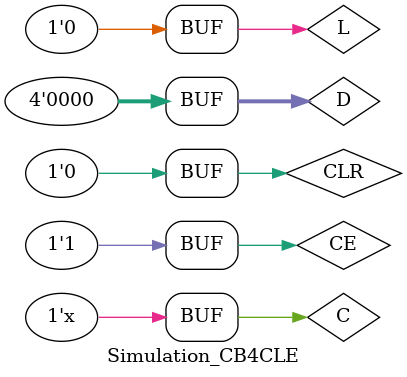
<source format=v>
`timescale 1ns / 1ps


module Simulation_CB4CLE;

    reg [3:0] D;
    reg CLR, L, CE, C;
    
    wire TC, CEO;
    wire [3:0] Q;
    
    CB4CLE uut(CLR, L, CE, C, D, Q, TC, CEO);
    
    initial begin
        C = 0;
        
        CLR = 1;
        L = 0;
        CE = 0;
        D = 4'b0000;
    
        #100
        CLR = 0;
        L = 1;
        CE = 0;
        D = 4'b0001;
        
        #100
        CLR = 0;
        L = 0;
        CE = 0;
        D = 4'b0010;
        
        #100
        CLR = 0;
        L = 0;
        CE = 1;
        D = 4'b0000;
        
        
  
       
    end
    
    always begin
    #50 C = ~C;
    end

endmodule

</source>
